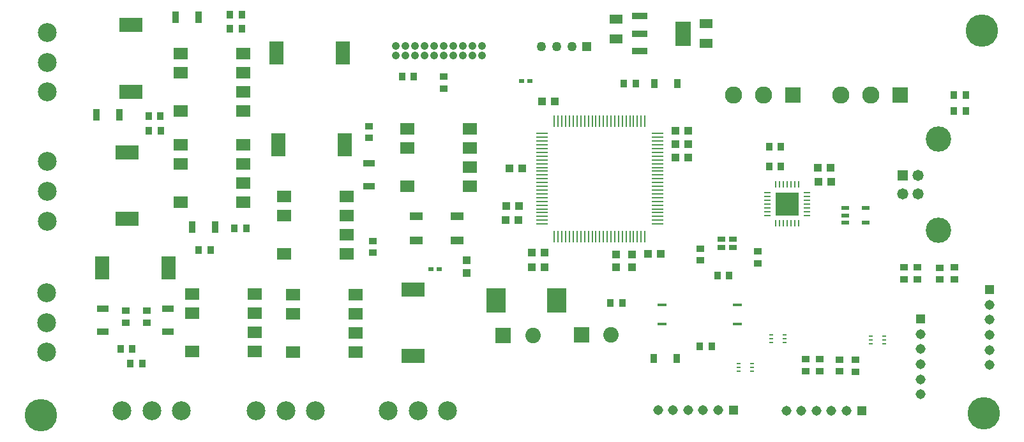
<source format=gbr>
%TF.GenerationSoftware,KiCad,Pcbnew,(7.0.0)*%
%TF.CreationDate,2023-03-10T09:33:02-07:00*%
%TF.ProjectId,L0005-Valve-Controller,4c303030-352d-4566-916c-76652d436f6e,1.0*%
%TF.SameCoordinates,Original*%
%TF.FileFunction,Soldermask,Top*%
%TF.FilePolarity,Negative*%
%FSLAX46Y46*%
G04 Gerber Fmt 4.6, Leading zero omitted, Abs format (unit mm)*
G04 Created by KiCad (PCBNEW (7.0.0)) date 2023-03-10 09:33:02*
%MOMM*%
%LPD*%
G01*
G04 APERTURE LIST*
%ADD10R,0.685800X0.609600*%
%ADD11R,2.150000X0.950000*%
%ADD12R,2.150000X3.250000*%
%ADD13R,1.560000X0.280000*%
%ADD14R,0.280000X1.560000*%
%ADD15R,1.100000X1.000000*%
%ADD16R,1.020000X0.940000*%
%ADD17R,0.979300X0.558800*%
%ADD18R,1.478000X1.478000*%
%ADD19C,1.478000*%
%ADD20C,3.366000*%
%ADD21R,0.900000X0.254000*%
%ADD22R,0.254000X0.900000*%
%ADD23R,3.100000X3.100000*%
%ADD24R,0.940000X1.020000*%
%ADD25R,0.508000X0.254000*%
%ADD26R,1.000000X0.800000*%
%ADD27R,1.700000X0.990600*%
%ADD28R,1.600000X0.855600*%
%ADD29R,0.855600X1.600000*%
%ADD30R,1.900000X1.500000*%
%ADD31C,1.066800*%
%ADD32C,2.500000*%
%ADD33R,3.048000X1.854200*%
%ADD34R,1.854200X3.048000*%
%ADD35C,4.300000*%
%ADD36R,0.965200X1.295400*%
%ADD37R,1.778000X1.270000*%
%ADD38C,1.308000*%
%ADD39R,1.308000X1.308000*%
%ADD40R,1.219200X0.457200*%
%ADD41R,2.050000X2.050000*%
%ADD42C,2.286000*%
%ADD43R,1.000000X1.100000*%
%ADD44C,2.050000*%
%ADD45R,2.620000X3.200000*%
%ADD46R,1.258000X1.258000*%
%ADD47C,1.258000*%
G04 APERTURE END LIST*
D10*
%TO.C,J1*%
X126136399Y-78790799D03*
X125018799Y-78790799D03*
%TD*%
D11*
%TO.C,U2*%
X140630999Y-70216999D03*
X140630999Y-72516999D03*
D12*
X146430999Y-72516999D03*
D11*
X140630999Y-74816999D03*
%TD*%
D13*
%TO.C,U1*%
X127679699Y-85795599D03*
X127679699Y-86295599D03*
X127679699Y-86795599D03*
X127679699Y-87295599D03*
X127679699Y-87795599D03*
X127679699Y-88295599D03*
X127679699Y-88795599D03*
X127679699Y-89295599D03*
X127679699Y-89795599D03*
X127679699Y-90295599D03*
X127679699Y-90795599D03*
X127679699Y-91295599D03*
X127679699Y-91795599D03*
X127679699Y-92295599D03*
X127679699Y-92795599D03*
X127679699Y-93295599D03*
X127679699Y-93795599D03*
X127679699Y-94295599D03*
X127679699Y-94795599D03*
X127679699Y-95295599D03*
X127679699Y-95795599D03*
X127679699Y-96295599D03*
X127679699Y-96795599D03*
X127679699Y-97295599D03*
X127679699Y-97795599D03*
D14*
X129359699Y-99475599D03*
X129859699Y-99475599D03*
X130359699Y-99475599D03*
X130859699Y-99475599D03*
X131359699Y-99475599D03*
X131859699Y-99475599D03*
X132359699Y-99475599D03*
X132859699Y-99475599D03*
X133359699Y-99475599D03*
X133859699Y-99475599D03*
X134359699Y-99475599D03*
X134859699Y-99475599D03*
X135359699Y-99475599D03*
X135859699Y-99475599D03*
X136359699Y-99475599D03*
X136859699Y-99475599D03*
X137359699Y-99475599D03*
X137859699Y-99475599D03*
X138359699Y-99475599D03*
X138859699Y-99475599D03*
X139359699Y-99475599D03*
X139859699Y-99475599D03*
X140359699Y-99475599D03*
X140859699Y-99475599D03*
X141359699Y-99475599D03*
D13*
X143039699Y-97795599D03*
X143039699Y-97295599D03*
X143039699Y-96795599D03*
X143039699Y-96295599D03*
X143039699Y-95795599D03*
X143039699Y-95295599D03*
X143039699Y-94795599D03*
X143039699Y-94295599D03*
X143039699Y-93795599D03*
X143039699Y-93295599D03*
X143039699Y-92795599D03*
X143039699Y-92295599D03*
X143039699Y-91795599D03*
X143039699Y-91295599D03*
X143039699Y-90795599D03*
X143039699Y-90295599D03*
X143039699Y-89795599D03*
X143039699Y-89295599D03*
X143039699Y-88795599D03*
X143039699Y-88295599D03*
X143039699Y-87795599D03*
X143039699Y-87295599D03*
X143039699Y-86795599D03*
X143039699Y-86295599D03*
X143039699Y-85795599D03*
D14*
X141359699Y-84115599D03*
X140859699Y-84115599D03*
X140359699Y-84115599D03*
X139859699Y-84115599D03*
X139359699Y-84115599D03*
X138859699Y-84115599D03*
X138359699Y-84115599D03*
X137859699Y-84115599D03*
X137359699Y-84115599D03*
X136859699Y-84115599D03*
X136359699Y-84115599D03*
X135859699Y-84115599D03*
X135359699Y-84115599D03*
X134859699Y-84115599D03*
X134359699Y-84115599D03*
X133859699Y-84115599D03*
X133359699Y-84115599D03*
X132859699Y-84115599D03*
X132359699Y-84115599D03*
X131859699Y-84115599D03*
X131359699Y-84115599D03*
X130859699Y-84115599D03*
X130359699Y-84115599D03*
X129859699Y-84115599D03*
X129359699Y-84115599D03*
%TD*%
D15*
%TO.C,C3*%
X123355999Y-90423999D03*
X125055999Y-90423999D03*
%TD*%
D16*
%TO.C,R15*%
X177520599Y-105155999D03*
X177520599Y-103575999D03*
%TD*%
%TO.C,R17*%
X180466999Y-105183999D03*
X180466999Y-103603999D03*
%TD*%
%TO.C,R20*%
X175742599Y-105155999D03*
X175742599Y-103575999D03*
%TD*%
D17*
%TO.C,D4*%
X167925051Y-95696998D03*
X167925051Y-96646999D03*
X167925051Y-97597000D03*
X170656947Y-97597000D03*
X170656947Y-95696998D03*
%TD*%
D18*
%TO.C,P17*%
X175588499Y-91332999D03*
D19*
X175588500Y-93833000D03*
X177588500Y-93833000D03*
X177588500Y-91333000D03*
D20*
X180298500Y-98603000D03*
X180298500Y-86563000D03*
%TD*%
D21*
%TO.C,U3*%
X162813999Y-96638999D03*
X162813999Y-96138999D03*
X162813999Y-95638999D03*
X162813999Y-95138999D03*
X162813999Y-94638999D03*
X162813999Y-94138999D03*
X162813999Y-93638999D03*
D22*
X161723999Y-92548999D03*
X161223999Y-92548999D03*
X160723999Y-92548999D03*
X160223999Y-92548999D03*
X159723999Y-92548999D03*
X159223999Y-92548999D03*
X158723999Y-92548999D03*
D21*
X157633999Y-93638999D03*
X157633999Y-94138999D03*
X157633999Y-94638999D03*
X157633999Y-95138999D03*
X157633999Y-95638999D03*
X157633999Y-96138999D03*
X157633999Y-96638999D03*
D22*
X158723999Y-97728999D03*
X159223999Y-97728999D03*
X159723999Y-97728999D03*
X160223999Y-97728999D03*
X160723999Y-97728999D03*
X161223999Y-97728999D03*
X161723999Y-97728999D03*
D23*
X160223999Y-95138999D03*
%TD*%
D24*
%TO.C,R32*%
X183923999Y-80644999D03*
X182343999Y-80644999D03*
%TD*%
%TO.C,R31*%
X157832999Y-90169999D03*
X159412999Y-90169999D03*
%TD*%
%TO.C,R30*%
X157832999Y-87502999D03*
X159412999Y-87502999D03*
%TD*%
%TO.C,R29*%
X182343999Y-82803999D03*
X183923999Y-82803999D03*
%TD*%
D16*
%TO.C,R28*%
X148716999Y-102643999D03*
X148716999Y-101063999D03*
%TD*%
D24*
%TO.C,R25*%
X150974999Y-104647999D03*
X152554999Y-104647999D03*
%TD*%
D16*
%TO.C,R24*%
X156336999Y-103024999D03*
X156336999Y-101444999D03*
%TD*%
D25*
%TO.C,Q3*%
X158088999Y-112521999D03*
X158088999Y-113029999D03*
X158088999Y-113537999D03*
X159892399Y-113537999D03*
X159892399Y-113029999D03*
X159892399Y-112521999D03*
%TD*%
D10*
%TO.C,J2*%
X114096799Y-103758999D03*
X112979199Y-103758999D03*
%TD*%
D26*
%TO.C,D3*%
X151522999Y-99779999D03*
X153022999Y-99779999D03*
X153022999Y-100879999D03*
X151522999Y-100879999D03*
%TD*%
D15*
%TO.C,C23*%
X164249999Y-90296999D03*
X165949999Y-90296999D03*
%TD*%
%TO.C,C22*%
X164376999Y-92201999D03*
X166076999Y-92201999D03*
%TD*%
D27*
%TO.C,B1*%
X116441199Y-99948798D03*
X111041199Y-99948798D03*
X116441199Y-96748800D03*
X111041199Y-96748800D03*
%TD*%
D28*
%TO.C,C16*%
X78079599Y-112068600D03*
X78079599Y-109012998D03*
%TD*%
%TO.C,C17*%
X104800399Y-89708998D03*
X104800399Y-92764600D03*
%TD*%
%TO.C,C18*%
X69494399Y-112119400D03*
X69494399Y-109063798D03*
%TD*%
D29*
%TO.C,C19*%
X84331800Y-98170999D03*
X81276198Y-98170999D03*
%TD*%
%TO.C,C20*%
X71631800Y-83311999D03*
X68576198Y-83311999D03*
%TD*%
%TO.C,C21*%
X82172800Y-70357999D03*
X79117198Y-70357999D03*
%TD*%
D30*
%TO.C,K1*%
X102955999Y-114807999D03*
X102955999Y-112267999D03*
X102955999Y-109727999D03*
X102955999Y-107187999D03*
X94655999Y-107187999D03*
X94655999Y-109727999D03*
X94655999Y-114807999D03*
%TD*%
%TO.C,K2*%
X101812999Y-101726999D03*
X101812999Y-99186999D03*
X101812999Y-96646999D03*
X101812999Y-94106999D03*
X93512999Y-94106999D03*
X93512999Y-96646999D03*
X93512999Y-101726999D03*
%TD*%
%TO.C,K3*%
X89620999Y-114680999D03*
X89620999Y-112140999D03*
X89620999Y-109600999D03*
X89620999Y-107060999D03*
X81320999Y-107060999D03*
X81320999Y-109600999D03*
X81320999Y-114680999D03*
%TD*%
%TO.C,K4*%
X88063499Y-94868999D03*
X88063499Y-92328999D03*
X88063499Y-89788999D03*
X88063499Y-87248999D03*
X79763499Y-87248999D03*
X79763499Y-89788999D03*
X79763499Y-94868999D03*
%TD*%
%TO.C,K5*%
X88096999Y-82803999D03*
X88096999Y-80263999D03*
X88096999Y-77723999D03*
X88096999Y-75183999D03*
X79796999Y-75183999D03*
X79796999Y-77723999D03*
X79796999Y-82803999D03*
%TD*%
%TO.C,K6*%
X118111699Y-92811599D03*
X118111699Y-90271599D03*
X118111699Y-87731599D03*
X118111699Y-85191599D03*
X109811699Y-85191599D03*
X109811699Y-87731599D03*
X109811699Y-92811599D03*
%TD*%
D31*
%TO.C,P1*%
X108280200Y-75398250D03*
X108280200Y-74128250D03*
X109550200Y-75398250D03*
X109550200Y-74128250D03*
X110820200Y-75398250D03*
X110820200Y-74128250D03*
X112090200Y-75398250D03*
X112090200Y-74128250D03*
X113360200Y-75398250D03*
X113360200Y-74128250D03*
X114630200Y-75398250D03*
X114630200Y-74128250D03*
X115900200Y-75398250D03*
X115900200Y-74128250D03*
X117170200Y-75398250D03*
X117170200Y-74128250D03*
X118440200Y-75398250D03*
X118440200Y-74128250D03*
X119710200Y-75398250D03*
X119710200Y-74128250D03*
%TD*%
D32*
%TO.C,P3*%
X115212000Y-122555000D03*
X111252000Y-122555000D03*
X107292000Y-122555000D03*
%TD*%
%TO.C,P4*%
X97686000Y-122557000D03*
X93726000Y-122557000D03*
X89766000Y-122557000D03*
%TD*%
%TO.C,P5*%
X79906000Y-122555000D03*
X75946000Y-122555000D03*
X71986000Y-122555000D03*
%TD*%
%TO.C,P6*%
X61974000Y-114831000D03*
X61974000Y-110871000D03*
X61974000Y-106911000D03*
%TD*%
D24*
%TO.C,R2*%
X73123999Y-116331999D03*
X74703999Y-116331999D03*
%TD*%
%TO.C,R3*%
X73383199Y-114350799D03*
X71803199Y-114350799D03*
%TD*%
D16*
%TO.C,R4*%
X105308399Y-101627999D03*
X105308399Y-100047999D03*
%TD*%
%TO.C,R5*%
X75336399Y-109293599D03*
X75336399Y-110873599D03*
%TD*%
%TO.C,R6*%
X104800399Y-86387999D03*
X104800399Y-84807999D03*
%TD*%
%TO.C,R7*%
X72491599Y-110873599D03*
X72491599Y-109293599D03*
%TD*%
D24*
%TO.C,R8*%
X88521599Y-98348799D03*
X86941599Y-98348799D03*
%TD*%
%TO.C,R9*%
X75562399Y-85445599D03*
X77142399Y-85445599D03*
%TD*%
%TO.C,R10*%
X87911999Y-69976999D03*
X86331999Y-69976999D03*
%TD*%
%TO.C,R11*%
X83746399Y-101244399D03*
X82166399Y-101244399D03*
%TD*%
%TO.C,R12*%
X75536999Y-83438999D03*
X77116999Y-83438999D03*
%TD*%
%TO.C,R13*%
X86331999Y-71881999D03*
X87911999Y-71881999D03*
%TD*%
D33*
%TO.C,RV1*%
X110591599Y-106467899D03*
X110591599Y-115324899D03*
%TD*%
D34*
%TO.C,RV2*%
X92726499Y-87248999D03*
X101583499Y-87248999D03*
%TD*%
%TO.C,RV3*%
X69358499Y-103631999D03*
X78215499Y-103631999D03*
%TD*%
D33*
%TO.C,RV4*%
X72643999Y-97138499D03*
X72643999Y-88281499D03*
%TD*%
%TO.C,RV5*%
X73151999Y-80247499D03*
X73151999Y-71390499D03*
%TD*%
D34*
%TO.C,RV6*%
X101329499Y-75056999D03*
X92472499Y-75056999D03*
%TD*%
D32*
%TO.C,P8*%
X62101000Y-80287000D03*
X62101000Y-76327000D03*
X62101000Y-72367000D03*
%TD*%
%TO.C,P7*%
X62101000Y-97432000D03*
X62101000Y-93472000D03*
X62101000Y-89512000D03*
%TD*%
D35*
%TO.C,H2*%
X186283600Y-122936000D03*
%TD*%
D36*
%TO.C,D1*%
X142620999Y-79120999D03*
X145668999Y-79120999D03*
%TD*%
D16*
%TO.C,R27*%
X114655599Y-79834799D03*
X114655599Y-78254799D03*
%TD*%
%TO.C,R21*%
X182397399Y-103553199D03*
X182397399Y-105133199D03*
%TD*%
D37*
%TO.C,C2*%
X149478999Y-73837799D03*
X149478999Y-71196199D03*
%TD*%
D38*
%TO.C,P13*%
X187042400Y-116507500D03*
X187042400Y-114507500D03*
X187042400Y-112507500D03*
X187042400Y-110507500D03*
X187042400Y-108507500D03*
D39*
X187042399Y-106507499D03*
%TD*%
D35*
%TO.C,H3*%
X61214000Y-123190000D03*
%TD*%
D15*
%TO.C,C8*%
X126353199Y-103530399D03*
X128053199Y-103530399D03*
%TD*%
D39*
%TO.C,P12*%
X177901599Y-110417599D03*
D38*
X177901600Y-112417600D03*
X177901600Y-114417600D03*
X177901600Y-116417600D03*
X177901600Y-118417600D03*
X177901600Y-120417600D03*
%TD*%
D15*
%TO.C,C4*%
X126353199Y-101599999D03*
X128053199Y-101599999D03*
%TD*%
D39*
%TO.C,P10*%
X153080499Y-122526399D03*
D38*
X151080500Y-122526400D03*
X149080500Y-122526400D03*
X147080500Y-122526400D03*
X145080500Y-122526400D03*
X143080500Y-122526400D03*
%TD*%
D25*
%TO.C,Q2*%
X171296999Y-112648999D03*
X171296999Y-113156999D03*
X171296999Y-113664999D03*
X173100399Y-113664999D03*
X173100399Y-113156999D03*
X173100399Y-112648999D03*
%TD*%
D39*
%TO.C,P11*%
X170098499Y-122627999D03*
D38*
X168098500Y-122628000D03*
X166098500Y-122628000D03*
X164098500Y-122628000D03*
X162098500Y-122628000D03*
X160098500Y-122628000D03*
%TD*%
D40*
%TO.C,U5*%
X143649699Y-108508799D03*
X143649699Y-111048799D03*
X153631899Y-111048799D03*
X153631899Y-108508799D03*
%TD*%
D41*
%TO.C,P14*%
X175249499Y-80717499D03*
D42*
X171289500Y-80717500D03*
X167329500Y-80717500D03*
%TD*%
D43*
%TO.C,C12*%
X137566399Y-103567599D03*
X137566399Y-101867599D03*
%TD*%
D25*
%TO.C,Q1*%
X153770999Y-116331999D03*
X153770999Y-116839999D03*
X153770999Y-117347999D03*
X155574399Y-117347999D03*
X155574399Y-116839999D03*
X155574399Y-116331999D03*
%TD*%
D37*
%TO.C,C1*%
X137540999Y-73202799D03*
X137540999Y-70561199D03*
%TD*%
D15*
%TO.C,C10*%
X122949599Y-95402399D03*
X124649599Y-95402399D03*
%TD*%
D24*
%TO.C,R22*%
X150215599Y-114045999D03*
X148635599Y-114045999D03*
%TD*%
D41*
%TO.C,P9*%
X122564299Y-112576499D03*
D44*
X126524300Y-112576500D03*
%TD*%
D24*
%TO.C,R1*%
X138579799Y-79120999D03*
X140159799Y-79120999D03*
%TD*%
%TO.C,R26*%
X110721199Y-78181199D03*
X109141199Y-78181199D03*
%TD*%
D45*
%TO.C,F1*%
X121581399Y-107899199D03*
X129675399Y-107899199D03*
%TD*%
D15*
%TO.C,C9*%
X122898799Y-97281999D03*
X124598799Y-97281999D03*
%TD*%
D16*
%TO.C,R14*%
X167131999Y-115795999D03*
X167131999Y-117375999D03*
%TD*%
D46*
%TO.C,P2*%
X133657599Y-74281999D03*
D47*
X131657600Y-74282000D03*
X129657600Y-74282000D03*
X127657600Y-74282000D03*
%TD*%
D43*
%TO.C,C15*%
X117754399Y-102629599D03*
X117754399Y-104329599D03*
%TD*%
%TO.C,C11*%
X139649199Y-103516799D03*
X139649199Y-101816799D03*
%TD*%
D15*
%TO.C,C7*%
X129424799Y-81533999D03*
X127724799Y-81533999D03*
%TD*%
D41*
%TO.C,P16*%
X132927499Y-112525699D03*
D44*
X136887500Y-112525700D03*
%TD*%
D15*
%TO.C,C13*%
X147103199Y-87223599D03*
X145403199Y-87223599D03*
%TD*%
D35*
%TO.C,H1*%
X186029600Y-72085200D03*
%TD*%
D15*
%TO.C,C6*%
X147103199Y-85394799D03*
X145403199Y-85394799D03*
%TD*%
D16*
%TO.C,R18*%
X169316399Y-115846799D03*
X169316399Y-117426799D03*
%TD*%
D41*
%TO.C,P15*%
X161025499Y-80717499D03*
D42*
X157065500Y-80717500D03*
X153105500Y-80717500D03*
%TD*%
D36*
%TO.C,D2*%
X142493999Y-115620799D03*
X145541999Y-115620799D03*
%TD*%
D15*
%TO.C,C5*%
X141745599Y-101752399D03*
X143445599Y-101752399D03*
%TD*%
D16*
%TO.C,R19*%
X164566599Y-117325199D03*
X164566599Y-115745199D03*
%TD*%
D15*
%TO.C,C14*%
X147103199Y-88950799D03*
X145403199Y-88950799D03*
%TD*%
D24*
%TO.C,R23*%
X138356399Y-108305599D03*
X136776399Y-108305599D03*
%TD*%
D16*
%TO.C,R16*%
X162712399Y-115745199D03*
X162712399Y-117325199D03*
%TD*%
M02*

</source>
